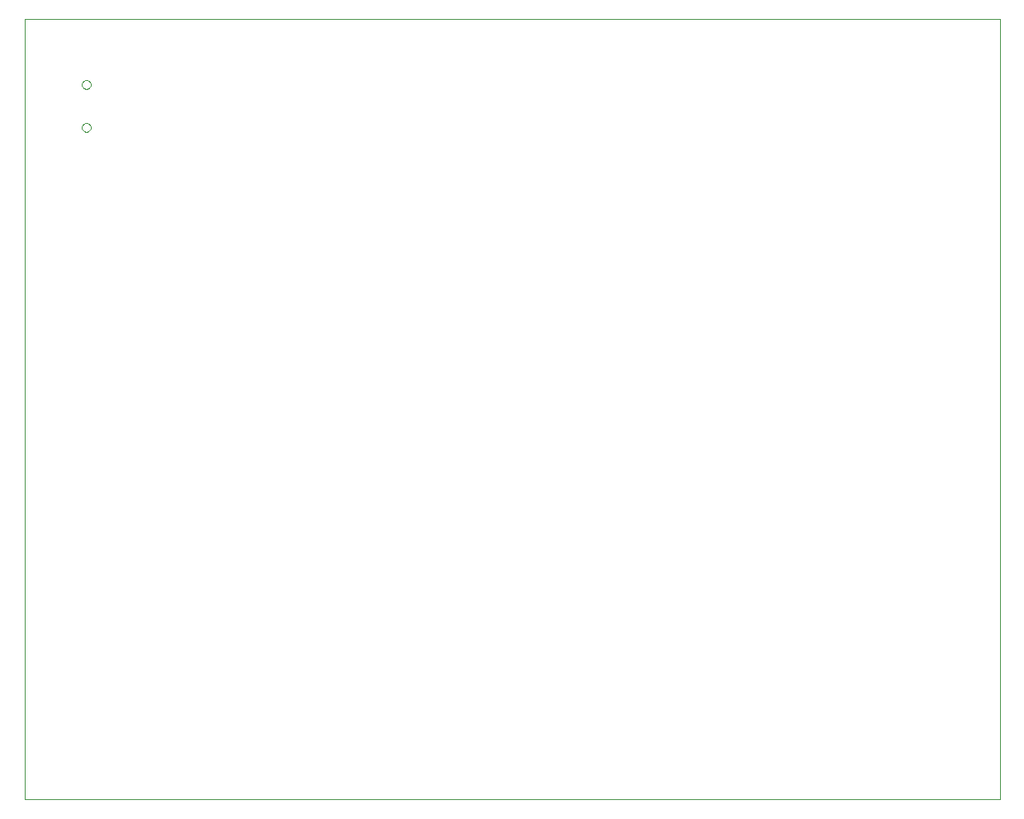
<source format=gbo>
G75*
G70*
%OFA0B0*%
%FSLAX24Y24*%
%IPPOS*%
%LPD*%
%AMOC8*
5,1,8,0,0,1.08239X$1,22.5*
%
%ADD10C,0.0000*%
D10*
X001581Y000967D02*
X001581Y032463D01*
X040951Y032463D01*
X040951Y000967D01*
X001581Y000967D01*
X003904Y028101D02*
X003906Y028127D01*
X003912Y028153D01*
X003922Y028178D01*
X003935Y028201D01*
X003951Y028221D01*
X003971Y028239D01*
X003993Y028254D01*
X004016Y028266D01*
X004042Y028274D01*
X004068Y028278D01*
X004094Y028278D01*
X004120Y028274D01*
X004146Y028266D01*
X004170Y028254D01*
X004191Y028239D01*
X004211Y028221D01*
X004227Y028201D01*
X004240Y028178D01*
X004250Y028153D01*
X004256Y028127D01*
X004258Y028101D01*
X004256Y028075D01*
X004250Y028049D01*
X004240Y028024D01*
X004227Y028001D01*
X004211Y027981D01*
X004191Y027963D01*
X004169Y027948D01*
X004146Y027936D01*
X004120Y027928D01*
X004094Y027924D01*
X004068Y027924D01*
X004042Y027928D01*
X004016Y027936D01*
X003992Y027948D01*
X003971Y027963D01*
X003951Y027981D01*
X003935Y028001D01*
X003922Y028024D01*
X003912Y028049D01*
X003906Y028075D01*
X003904Y028101D01*
X003904Y029833D02*
X003906Y029859D01*
X003912Y029885D01*
X003922Y029910D01*
X003935Y029933D01*
X003951Y029953D01*
X003971Y029971D01*
X003993Y029986D01*
X004016Y029998D01*
X004042Y030006D01*
X004068Y030010D01*
X004094Y030010D01*
X004120Y030006D01*
X004146Y029998D01*
X004170Y029986D01*
X004191Y029971D01*
X004211Y029953D01*
X004227Y029933D01*
X004240Y029910D01*
X004250Y029885D01*
X004256Y029859D01*
X004258Y029833D01*
X004256Y029807D01*
X004250Y029781D01*
X004240Y029756D01*
X004227Y029733D01*
X004211Y029713D01*
X004191Y029695D01*
X004169Y029680D01*
X004146Y029668D01*
X004120Y029660D01*
X004094Y029656D01*
X004068Y029656D01*
X004042Y029660D01*
X004016Y029668D01*
X003992Y029680D01*
X003971Y029695D01*
X003951Y029713D01*
X003935Y029733D01*
X003922Y029756D01*
X003912Y029781D01*
X003906Y029807D01*
X003904Y029833D01*
M02*

</source>
